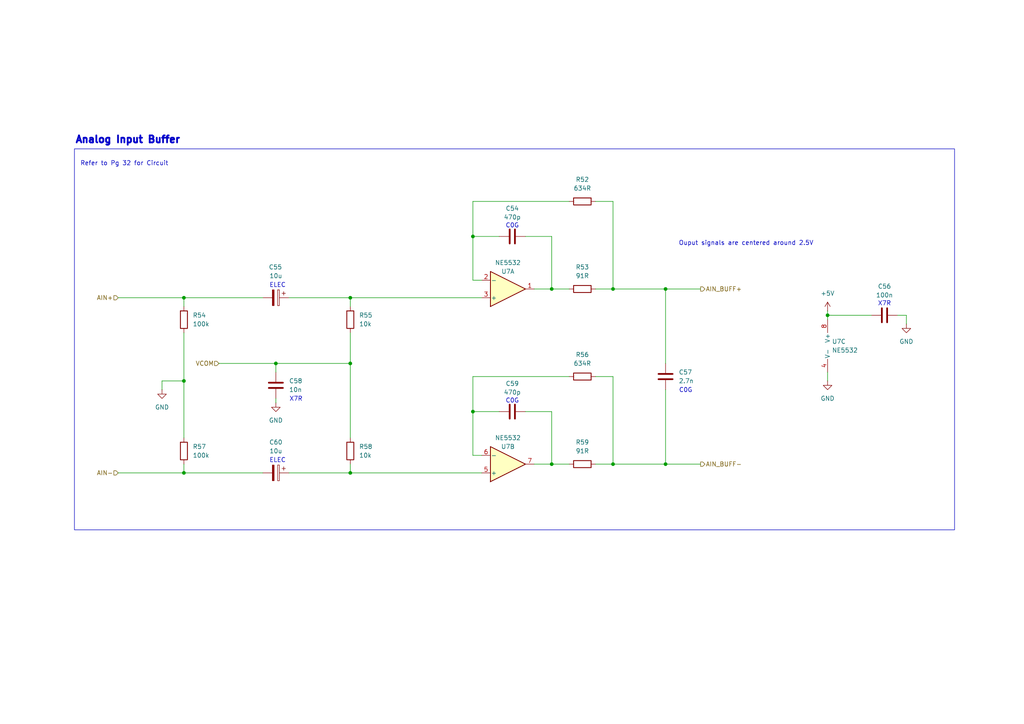
<source format=kicad_sch>
(kicad_sch (version 20231120) (generator "eeschema") (generator_version "8.0")
  (paper "A4")
  (lib_symbols
    (symbol "Amplifier_Operational:NE5532" (pin_names (offset 0.127))
      (property "Reference" "U" (at 0 5.08 0))
      (property "Value" "NE5532" (at 0 -5.08 0))
      (symbol "NE5532_1_1"
        (polyline (pts (xy -5.08 5.08) (xy 5.08 0) (xy -5.08 -5.08) (xy -5.08 5.08)) (stroke (width 0.254)) (fill (type background)))
        (pin output line (at 7.62 0 180) (length 2.54) (name "~") (number "1"))
        (pin input line (at -7.62 -2.54 0) (length 2.54) (name "-") (number "2"))
        (pin input line (at -7.62 2.54 0) (length 2.54) (name "+") (number "3"))
      )
      (symbol "NE5532_2_1"
        (polyline (pts (xy -5.08 5.08) (xy 5.08 0) (xy -5.08 -5.08) (xy -5.08 5.08)) (stroke (width 0.254)) (fill (type background)))
        (pin input line (at -7.62 2.54 0) (length 2.54) (name "+") (number "5"))
        (pin input line (at -7.62 -2.54 0) (length 2.54) (name "-") (number "6"))
        (pin output line (at 7.62 0 180) (length 2.54) (name "~") (number "7"))
      )
      (symbol "NE5532_3_1"
        (pin power_in line (at -2.54 -7.62 90) (length 3.81) (name "V-") (number "4"))
        (pin power_in line (at -2.54 7.62 270) (length 3.81) (name "V+") (number "8"))
      )
    )
    (symbol "Device:C" (pin_numbers hide) (pin_names (offset 0.254))
      (property "Reference" "C" (at 0.635 2.54 0))
      (property "Value" "C" (at 0.635 -2.54 0))
      (symbol "C_0_1"
        (polyline (pts (xy -2.032 -0.762) (xy 2.032 -0.762)) (stroke (width 0.508)))
        (polyline (pts (xy -2.032 0.762) (xy 2.032 0.762)) (stroke (width 0.508)))
      )
      (symbol "C_1_1"
        (pin passive line (at 0 3.81 270) (length 2.794) (name "~") (number "1"))
        (pin passive line (at 0 -3.81 90) (length 2.794) (name "~") (number "2"))
      )
    )
    (symbol "Device:C_Polarized" (pin_numbers hide) (pin_names (offset 0.254))
      (property "Reference" "C" (at 0.635 2.54 0))
      (property "Value" "C_Polarized" (at 0.635 -2.54 0))
      (symbol "C_Polarized_0_1"
        (rectangle (start -2.286 0.508) (end 2.286 1.016))
        (polyline (pts (xy -1.778 2.286) (xy -0.762 2.286)))
        (polyline (pts (xy -1.27 2.794) (xy -1.27 1.778)))
        (rectangle (start 2.286 -0.508) (end -2.286 -1.016) (fill (type outline)))
      )
      (symbol "C_Polarized_1_1"
        (pin passive line (at 0 3.81 270) (length 2.794) (name "~") (number "1"))
        (pin passive line (at 0 -3.81 90) (length 2.794) (name "~") (number "2"))
      )
    )
    (symbol "Device:R" (pin_numbers hide) (pin_names (offset 0))
      (property "Reference" "R" (at 2.032 0 90))
      (property "Value" "R" (at 0 0 90))
      (symbol "R_0_1"
        (rectangle (start -1.016 -2.54) (end 1.016 2.54) (stroke (width 0.254)))
      )
      (symbol "R_1_1"
        (pin passive line (at 0 3.81 270) (length 1.27) (name "~") (number "1"))
        (pin passive line (at 0 -3.81 90) (length 1.27) (name "~") (number "2"))
      )
    )
    (symbol "power:+5V" (power) (pin_numbers hide) (pin_names (offset 0) hide)
      (property "Value" "+5V" (at 0 3.556 0))
      (symbol "+5V_0_1"
        (polyline (pts (xy -0.762 1.27) (xy 0 2.54)))
        (polyline (pts (xy 0 0) (xy 0 2.54)))
        (polyline (pts (xy 0 2.54) (xy 0.762 1.27)))
      )
      (symbol "+5V_1_1"
        (pin power_in line (at 0 0 90) (length 0) (name "~") (number "1"))
      )
    )
    (symbol "power:GND" (power) (pin_numbers hide) (pin_names (offset 0) hide)
      (property "Value" "GND" (at 0 -3.81 0))
      (symbol "GND_0_1"
        (polyline (pts (xy 0 0) (xy 0 -1.27) (xy 1.27 -1.27) (xy 0 -2.54) (xy -1.27 -1.27) (xy 0 -1.27)))
      )
      (symbol "GND_1_1"
        (pin power_in line (at 0 0 270) (length 0) (name "~") (number "1"))
      )
    )
  )
  (junction (at 101.6 86.36))
  (junction (at 240.03 91.44))
  (junction (at 101.6 137.16))
  (junction (at 137.16 119.38))
  (junction (at 177.8 134.62))
  (junction (at 80.01 105.41))
  (junction (at 177.8 83.82))
  (junction (at 160.02 83.82))
  (junction (at 101.6 105.41))
  (junction (at 53.34 86.36))
  (junction (at 53.34 137.16))
  (junction (at 53.34 110.49))
  (junction (at 137.16 68.58))
  (junction (at 193.04 134.62))
  (junction (at 193.04 83.82))
  (junction (at 160.02 134.62))
  (wire (pts (xy 83.82 86.36) (xy 101.6 86.36)))
  (wire (pts (xy 160.02 119.38) (xy 152.4 119.38)))
  (wire (pts (xy 160.02 134.62) (xy 160.02 119.38)))
  (wire (pts (xy 262.89 91.44) (xy 262.89 93.98)))
  (wire (pts (xy 160.02 83.82) (xy 160.02 68.58)))
  (wire (pts (xy 165.1 109.22) (xy 137.16 109.22)))
  (wire (pts (xy 154.94 83.82) (xy 160.02 83.82)))
  (wire (pts (xy 137.16 58.42) (xy 137.16 68.58)))
  (wire (pts (xy 83.82 137.16) (xy 101.6 137.16)))
  (wire (pts (xy 46.99 110.49) (xy 53.34 110.49)))
  (wire (pts (xy 137.16 68.58) (xy 137.16 81.28)))
  (wire (pts (xy 177.8 83.82) (xy 172.72 83.82)))
  (wire (pts (xy 101.6 96.52) (xy 101.6 105.41)))
  (wire (pts (xy 46.99 113.03) (xy 46.99 110.49)))
  (wire (pts (xy 101.6 137.16) (xy 101.6 134.62)))
  (wire (pts (xy 177.8 134.62) (xy 172.72 134.62)))
  (wire (pts (xy 53.34 137.16) (xy 76.2 137.16)))
  (wire (pts (xy 63.5 105.41) (xy 80.01 105.41)))
  (wire (pts (xy 101.6 86.36) (xy 101.6 88.9)))
  (wire (pts (xy 160.02 134.62) (xy 165.1 134.62)))
  (wire (pts (xy 34.29 137.16) (xy 53.34 137.16)))
  (wire (pts (xy 177.8 134.62) (xy 193.04 134.62)))
  (wire (pts (xy 160.02 68.58) (xy 152.4 68.58)))
  (wire (pts (xy 193.04 113.03) (xy 193.04 134.62)))
  (wire (pts (xy 34.29 86.36) (xy 53.34 86.36)))
  (wire (pts (xy 53.34 137.16) (xy 53.34 134.62)))
  (wire (pts (xy 154.94 134.62) (xy 160.02 134.62)))
  (wire (pts (xy 80.01 105.41) (xy 101.6 105.41)))
  (wire (pts (xy 137.16 68.58) (xy 144.78 68.58)))
  (wire (pts (xy 53.34 110.49) (xy 53.34 127)))
  (wire (pts (xy 101.6 86.36) (xy 139.7 86.36)))
  (wire (pts (xy 137.16 132.08) (xy 139.7 132.08)))
  (wire (pts (xy 137.16 109.22) (xy 137.16 119.38)))
  (wire (pts (xy 177.8 109.22) (xy 177.8 134.62)))
  (wire (pts (xy 193.04 83.82) (xy 193.04 105.41)))
  (wire (pts (xy 177.8 58.42) (xy 177.8 83.82)))
  (wire (pts (xy 80.01 115.57) (xy 80.01 116.84)))
  (wire (pts (xy 177.8 83.82) (xy 193.04 83.82)))
  (wire (pts (xy 137.16 119.38) (xy 137.16 132.08)))
  (wire (pts (xy 160.02 83.82) (xy 165.1 83.82)))
  (wire (pts (xy 240.03 91.44) (xy 252.73 91.44)))
  (wire (pts (xy 101.6 105.41) (xy 101.6 127)))
  (wire (pts (xy 53.34 96.52) (xy 53.34 110.49)))
  (wire (pts (xy 240.03 107.95) (xy 240.03 110.49)))
  (wire (pts (xy 193.04 134.62) (xy 203.2 134.62)))
  (wire (pts (xy 172.72 58.42) (xy 177.8 58.42)))
  (wire (pts (xy 53.34 86.36) (xy 76.2 86.36)))
  (wire (pts (xy 165.1 58.42) (xy 137.16 58.42)))
  (wire (pts (xy 137.16 81.28) (xy 139.7 81.28)))
  (wire (pts (xy 240.03 90.17) (xy 240.03 91.44)))
  (wire (pts (xy 172.72 109.22) (xy 177.8 109.22)))
  (wire (pts (xy 137.16 119.38) (xy 144.78 119.38)))
  (wire (pts (xy 193.04 83.82) (xy 203.2 83.82)))
  (wire (pts (xy 53.34 86.36) (xy 53.34 88.9)))
  (wire (pts (xy 80.01 105.41) (xy 80.01 107.95)))
  (wire (pts (xy 101.6 137.16) (xy 139.7 137.16)))
  (wire (pts (xy 240.03 91.44) (xy 240.03 92.71)))
  (wire (pts (xy 260.35 91.44) (xy 262.89 91.44)))
  (rectangle (start 21.59 43.18) (end 276.86 153.67))
  (text "C0G" (at 148.59 65.532 0) (effects (font (size 1.27 1.27))))
  (text "Analog Input Buffer" (at 37.084 40.64 0) (effects (font (size 2.032 2.032) (thickness 0.6096) (bold yes))))
  (text "X7R" (at 85.852 115.824 0) (effects (font (size 1.27 1.27))))
  (text "X7R" (at 256.54 88.138 0) (effects (font (size 1.27 1.27))))
  (text "C0G" (at 198.882 113.284 0) (effects (font (size 1.27 1.27))))
  (text "C0G" (at 148.59 116.332 0) (effects (font (size 1.27 1.27))))
  (text "Refer to Pg 32 for Circuit" (at 36.068 47.498 0) (effects (font (size 1.27 1.27))))
  (text "Ouput signals are centered around 2.5V" (at 216.408 70.612 0) (effects (font (size 1.27 1.27))))
  (text "ELEC" (at 80.518 82.804 0) (effects (font (size 1.27 1.27))))
  (text "ELEC" (at 80.518 133.604 0) (effects (font (size 1.27 1.27))))
  (hierarchical_label "AIN_BUFF+" (shape output) (at 203.2 83.82 0))
  (hierarchical_label "AIN-" (shape input) (at 34.29 137.16 180))
  (hierarchical_label "AIN_BUFF-" (shape output) (at 203.2 134.62 0))
  (hierarchical_label "AIN+" (shape input) (at 34.29 86.36 180))
  (hierarchical_label "VCOM" (shape input) (at 63.5 105.41 180))
  (symbol (lib_id "Device:C") (at 256.54 91.44 90) (unit 1)
    (property "Reference" "C56" (at 256.54 83.058 90))
    (property "Value" "100n" (at 256.54 85.598 90))
    (property "Footprint" "Capacitor_SMD:C_0805_2012Metric" (effects (hide yes)))
    (property "Description" "Unpolarized capacitor" (effects (hide yes)))
    (instances (project "" (path "" (reference "C56") (unit 1)) (path "" (reference "C63") (unit 1))))
  )
  (symbol (lib_id "Amplifier_Operational:NE5532") (at 147.32 134.62 0) (mirror x) (unit 2)
    (property "Reference" "U7" (at 147.32 129.54 0))
    (property "Value" "NE5532" (at 147.32 127 0))
    (property "Footprint" "Package_SO:SOIC-8_3.9x4.9mm_P1.27mm" (effects (hide yes)))
    (property "Datasheet" "http://www.ti.com/lit/ds/symlink/ne5532.pdf" (effects (hide yes)))
    (property "Description" "Dual Low-Noise Operational Amplifiers, DIP-8/SOIC-8" (effects (hide yes)))
    (instances (project "" (path "" (reference "U7") (unit 2)) (path "" (reference "U8") (unit 2))))
  )
  (symbol (lib_id "Amplifier_Operational:NE5532") (at 242.57 100.33 0) (unit 3)
    (property "Reference" "U7" (at 241.3 99.0599 0) (effects (justify left)))
    (property "Value" "NE5532" (at 241.3 101.5999 0) (effects (justify left)))
    (property "Footprint" "Package_SO:SOIC-8_3.9x4.9mm_P1.27mm" (effects (hide yes)))
    (property "Datasheet" "http://www.ti.com/lit/ds/symlink/ne5532.pdf" (effects (hide yes)))
    (property "Description" "Dual Low-Noise Operational Amplifiers, DIP-8/SOIC-8" (effects (hide yes)))
    (instances (project "" (path "" (reference "U7") (unit 3)) (path "" (reference "U8") (unit 3))))
  )
  (symbol (lib_id "Device:R") (at 101.6 92.71 180) (unit 1)
    (property "Reference" "R55" (at 104.14 91.4399 0) (effects (justify right)))
    (property "Value" "10k" (at 104.14 93.9799 0) (effects (justify right)))
    (property "Footprint" "Resistor_SMD:R_0805_2012Metric" (effects (hide yes)))
    (property "Description" "Resistor" (effects (hide yes)))
    (instances (project "" (path "" (reference "R55") (unit 1)) (path "" (reference "R63") (unit 1))))
  )
  (symbol (lib_id "Amplifier_Operational:NE5532") (at 147.32 83.82 0) (mirror x) (unit 1)
    (property "Reference" "U7" (at 147.32 78.74 0))
    (property "Value" "NE5532" (at 147.32 76.2 0))
    (property "Footprint" "Package_SO:SOIC-8_3.9x4.9mm_P1.27mm" (effects (hide yes)))
    (property "Datasheet" "http://www.ti.com/lit/ds/symlink/ne5532.pdf" (effects (hide yes)))
    (property "Description" "Dual Low-Noise Operational Amplifiers, DIP-8/SOIC-8" (effects (hide yes)))
    (instances (project "" (path "" (reference "U7") (unit 1)) (path "" (reference "U8") (unit 1))))
  )
  (symbol (lib_id "power:GND") (at 80.01 116.84 0) (unit 1)
    (property "Reference" "#PWR061" (effects (hide yes)))
    (property "Value" "GND" (at 80.01 121.92 0))
    (property "Description" "Power symbol creates a global label with name \"GND\" , ground" (effects (hide yes)))
    (instances (project "" (path "" (reference "#PWR061") (unit 1)) (path "" (reference "#PWR066") (unit 1))))
  )
  (symbol (lib_id "Device:R") (at 168.91 134.62 270) (unit 1)
    (property "Reference" "R59" (at 168.91 128.27 90))
    (property "Value" "91R" (at 168.91 130.81 90))
    (property "Footprint" "Resistor_SMD:R_0805_2012Metric" (effects (hide yes)))
    (property "Description" "Resistor" (effects (hide yes)))
    (instances (project "" (path "" (reference "R59") (unit 1)) (path "" (reference "R67") (unit 1))))
  )
  (symbol (lib_id "power:GND") (at 240.03 110.49 0) (unit 1)
    (property "Reference" "#PWR059" (effects (hide yes)))
    (property "Value" "GND" (at 240.03 115.57 0))
    (property "Description" "Power symbol creates a global label with name \"GND\" , ground" (effects (hide yes)))
    (instances (project "" (path "" (reference "#PWR059") (unit 1)) (path "" (reference "#PWR064") (unit 1))))
  )
  (symbol (lib_id "Device:C") (at 80.01 111.76 0) (unit 1)
    (property "Reference" "C58" (at 83.82 110.4899 0) (effects (justify left)))
    (property "Value" "10n" (at 83.82 113.0299 0) (effects (justify left)))
    (property "Footprint" "Capacitor_SMD:C_0805_2012Metric" (effects (hide yes)))
    (property "Description" "Unpolarized capacitor" (effects (hide yes)))
    (instances (project "" (path "" (reference "C58") (unit 1)) (path "" (reference "C65") (unit 1))))
  )
  (symbol (lib_id "Device:C") (at 148.59 119.38 90) (unit 1)
    (property "Reference" "C59" (at 148.59 111.252 90))
    (property "Value" "470p" (at 148.59 113.792 90))
    (property "Footprint" "Capacitor_SMD:C_0805_2012Metric" (effects (hide yes)))
    (property "Description" "Unpolarized capacitor" (effects (hide yes)))
    (instances (project "" (path "" (reference "C59") (unit 1)) (path "" (reference "C66") (unit 1))))
  )
  (symbol (lib_id "Device:R") (at 53.34 92.71 180) (unit 1)
    (property "Reference" "R54" (at 55.88 91.4399 0) (effects (justify right)))
    (property "Value" "100k" (at 55.88 93.9799 0) (effects (justify right)))
    (property "Footprint" "Resistor_SMD:R_0805_2012Metric" (effects (hide yes)))
    (property "Description" "Resistor" (effects (hide yes)))
    (instances (project "" (path "" (reference "R54") (unit 1)) (path "" (reference "R62") (unit 1))))
  )
  (symbol (lib_id "Device:R") (at 168.91 83.82 270) (unit 1)
    (property "Reference" "R53" (at 168.91 77.47 90))
    (property "Value" "91R" (at 168.91 80.01 90))
    (property "Footprint" "Resistor_SMD:R_0805_2012Metric" (effects (hide yes)))
    (property "Description" "Resistor" (effects (hide yes)))
    (instances (project "" (path "" (reference "R53") (unit 1)) (path "" (reference "R61") (unit 1))))
  )
  (symbol (lib_id "power:GND") (at 46.99 113.03 0) (unit 1)
    (property "Reference" "#PWR060" (effects (hide yes)))
    (property "Value" "GND" (at 46.99 118.11 0))
    (property "Description" "Power symbol creates a global label with name \"GND\" , ground" (effects (hide yes)))
    (instances (project "" (path "" (reference "#PWR060") (unit 1)) (path "" (reference "#PWR065") (unit 1))))
  )
  (symbol (lib_id "Device:C") (at 193.04 109.22 180) (unit 1)
    (property "Reference" "C57" (at 196.85 107.9499 0) (effects (justify right)))
    (property "Value" "2.7n" (at 196.85 110.4899 0) (effects (justify right)))
    (property "Footprint" "Capacitor_SMD:C_0805_2012Metric" (effects (hide yes)))
    (property "Description" "Unpolarized capacitor" (effects (hide yes)))
    (instances (project "" (path "" (reference "C57") (unit 1)) (path "" (reference "C64") (unit 1))))
  )
  (symbol (lib_id "Device:C_Polarized") (at 80.01 86.36 270) (unit 1)
    (property "Reference" "C55" (at 79.883 77.47 90))
    (property "Value" "10u" (at 80.01 80.01 90))
    (property "Footprint" "Capacitor_SMD:CP_Elec_5x5.4" (effects (hide yes)))
    (property "Description" "Polarized capacitor" (effects (hide yes)))
    (instances (project "" (path "" (reference "C55") (unit 1)) (path "" (reference "C62") (unit 1))))
  )
  (symbol (lib_id "power:GND") (at 262.89 93.98 0) (unit 1)
    (property "Reference" "#PWR058" (effects (hide yes)))
    (property "Value" "GND" (at 262.89 99.06 0))
    (property "Description" "Power symbol creates a global label with name \"GND\" , ground" (effects (hide yes)))
    (instances (project "" (path "" (reference "#PWR058") (unit 1)) (path "" (reference "#PWR063") (unit 1))))
  )
  (symbol (lib_id "Device:C_Polarized") (at 80.01 137.16 270) (unit 1)
    (property "Reference" "C60" (at 80.01 128.27 90))
    (property "Value" "10u" (at 80.01 130.81 90))
    (property "Footprint" "Capacitor_SMD:CP_Elec_5x5.4" (effects (hide yes)))
    (property "Description" "Polarized capacitor" (effects (hide yes)))
    (instances (project "" (path "" (reference "C60") (unit 1)) (path "" (reference "C67") (unit 1))))
  )
  (symbol (lib_id "Device:R") (at 168.91 109.22 270) (unit 1)
    (property "Reference" "R56" (at 168.91 102.87 90))
    (property "Value" "634R" (at 168.91 105.41 90))
    (property "Footprint" "Resistor_SMD:R_0805_2012Metric" (effects (hide yes)))
    (property "Description" "Resistor" (effects (hide yes)))
    (instances (project "" (path "" (reference "R56") (unit 1)) (path "" (reference "R64") (unit 1))))
  )
  (symbol (lib_id "Device:R") (at 101.6 130.81 180) (unit 1)
    (property "Reference" "R58" (at 104.14 129.5399 0) (effects (justify right)))
    (property "Value" "10k" (at 104.14 132.0799 0) (effects (justify right)))
    (property "Footprint" "Resistor_SMD:R_0805_2012Metric" (effects (hide yes)))
    (property "Description" "Resistor" (effects (hide yes)))
    (instances (project "" (path "" (reference "R58") (unit 1)) (path "" (reference "R66") (unit 1))))
  )
  (symbol (lib_id "power:+5V") (at 240.03 90.17 0) (unit 1)
    (property "Reference" "#PWR057" (effects (hide yes)))
    (property "Value" "+5V" (at 240.03 85.09 0))
    (property "Description" "Power symbol creates a global label with name \"+5V\"" (effects (hide yes)))
    (instances (project "" (path "" (reference "#PWR057") (unit 1)) (path "" (reference "#PWR062") (unit 1))))
  )
  (symbol (lib_id "Device:R") (at 53.34 130.81 180) (unit 1)
    (property "Reference" "R57" (at 55.88 129.5399 0) (effects (justify right)))
    (property "Value" "100k" (at 55.88 132.0799 0) (effects (justify right)))
    (property "Footprint" "Resistor_SMD:R_0805_2012Metric" (effects (hide yes)))
    (property "Description" "Resistor" (effects (hide yes)))
    (instances (project "" (path "" (reference "R57") (unit 1)) (path "" (reference "R65") (unit 1))))
  )
  (symbol (lib_id "Device:R") (at 168.91 58.42 270) (unit 1)
    (property "Reference" "R52" (at 168.91 52.07 90))
    (property "Value" "634R" (at 168.91 54.61 90))
    (property "Footprint" "Resistor_SMD:R_0805_2012Metric" (effects (hide yes)))
    (property "Description" "Resistor" (effects (hide yes)))
    (instances (project "" (path "" (reference "R52") (unit 1)) (path "" (reference "R60") (unit 1))))
  )
  (symbol (lib_id "Device:C") (at 148.59 68.58 90) (unit 1)
    (property "Reference" "C54" (at 148.59 60.452 90))
    (property "Value" "470p" (at 148.59 62.992 90))
    (property "Footprint" "Capacitor_SMD:C_0805_2012Metric" (effects (hide yes)))
    (property "Description" "Unpolarized capacitor" (effects (hide yes)))
    (instances (project "" (path "" (reference "C54") (unit 1)) (path "" (reference "C61") (unit 1))))
  )
)
</source>
